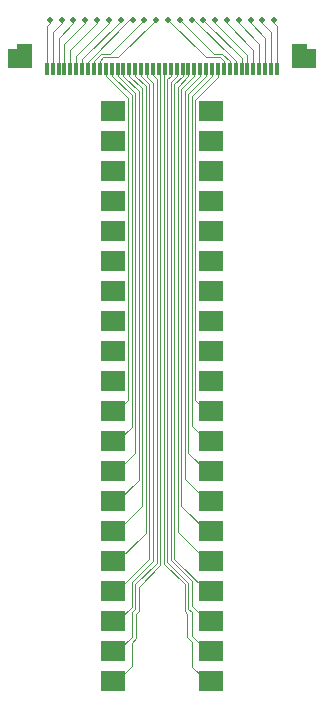
<source format=gtl>
G04 #@! TF.GenerationSoftware,KiCad,Pcbnew,9.0.6*
G04 #@! TF.CreationDate,2026-01-01T12:21:55-06:00*
G04 #@! TF.ProjectId,FFC-40,4646432d-3430-42e6-9b69-6361645f7063,rev?*
G04 #@! TF.SameCoordinates,Original*
G04 #@! TF.FileFunction,Copper,L1,Top*
G04 #@! TF.FilePolarity,Positive*
%FSLAX46Y46*%
G04 Gerber Fmt 4.6, Leading zero omitted, Abs format (unit mm)*
G04 Created by KiCad (PCBNEW 9.0.6) date 2026-01-01 12:21:55*
%MOMM*%
%LPD*%
G01*
G04 APERTURE LIST*
G04 Aperture macros list*
%AMRoundRect*
0 Rectangle with rounded corners*
0 $1 Rounding radius*
0 $2 $3 $4 $5 $6 $7 $8 $9 X,Y pos of 4 corners*
0 Add a 4 corners polygon primitive as box body*
4,1,4,$2,$3,$4,$5,$6,$7,$8,$9,$2,$3,0*
0 Add four circle primitives for the rounded corners*
1,1,$1+$1,$2,$3*
1,1,$1+$1,$4,$5*
1,1,$1+$1,$6,$7*
1,1,$1+$1,$8,$9*
0 Add four rect primitives between the rounded corners*
20,1,$1+$1,$2,$3,$4,$5,0*
20,1,$1+$1,$4,$5,$6,$7,0*
20,1,$1+$1,$6,$7,$8,$9,0*
20,1,$1+$1,$8,$9,$2,$3,0*%
%AMFreePoly0*
4,1,7,1.050000,-0.975000,-0.250000,-0.975000,-0.250000,-0.625000,-1.050000,-0.625000,-1.050000,0.975000,1.050000,0.975000,1.050000,-0.975000,1.050000,-0.975000,$1*%
%AMFreePoly1*
4,1,7,1.050000,-0.625000,0.250000,-0.625000,0.250000,-0.975000,-1.050000,-0.975000,-1.050000,0.975000,1.050000,0.975000,1.050000,-0.625000,1.050000,-0.625000,$1*%
G04 Aperture macros list end*
G04 #@! TA.AperFunction,SMDPad,CuDef*
%ADD10R,0.650000X1.800000*%
G04 #@! TD*
G04 #@! TA.AperFunction,ComponentPad*
%ADD11R,1.350000X1.800000*%
G04 #@! TD*
G04 #@! TA.AperFunction,SMDPad,CuDef*
%ADD12RoundRect,0.075000X0.075000X0.475000X-0.075000X0.475000X-0.075000X-0.475000X0.075000X-0.475000X0*%
G04 #@! TD*
G04 #@! TA.AperFunction,SMDPad,CuDef*
%ADD13FreePoly0,180.000000*%
G04 #@! TD*
G04 #@! TA.AperFunction,SMDPad,CuDef*
%ADD14FreePoly1,180.000000*%
G04 #@! TD*
G04 #@! TA.AperFunction,ViaPad*
%ADD15C,0.500000*%
G04 #@! TD*
G04 #@! TA.AperFunction,Conductor*
%ADD16C,0.100000*%
G04 #@! TD*
G04 APERTURE END LIST*
D10*
X117872000Y-145542000D03*
X117872000Y-143002000D03*
X117872000Y-140462000D03*
X117872000Y-137922001D03*
X117872000Y-135381999D03*
X117872000Y-132842000D03*
X117872000Y-130302000D03*
X117872000Y-127762000D03*
X117872000Y-125221999D03*
X117872000Y-122682000D03*
X117872000Y-120142000D03*
X117872000Y-117602000D03*
X117872000Y-115062001D03*
X117872000Y-112522000D03*
X117872000Y-109982000D03*
X117872000Y-107442000D03*
X117872000Y-104902000D03*
X117872000Y-102361999D03*
X117872000Y-99822000D03*
X117872000Y-97282000D03*
D11*
X118872000Y-97282000D03*
X118872000Y-99822000D03*
X118872000Y-102361999D03*
X118872000Y-104902000D03*
X118872000Y-107442000D03*
X118872000Y-109982000D03*
X118872000Y-112522000D03*
X118872000Y-115062001D03*
X118872000Y-117602000D03*
X118872000Y-120142000D03*
X118872000Y-122682000D03*
X118872000Y-125221999D03*
X118872000Y-127762000D03*
X118872000Y-130302000D03*
X118872000Y-132842000D03*
X118872000Y-135381999D03*
X118872000Y-137922001D03*
X118872000Y-140462000D03*
X118872000Y-143002000D03*
X118872000Y-145542000D03*
X126492343Y-97272840D03*
D10*
X127492343Y-97272840D03*
D11*
X126492343Y-99812840D03*
D10*
X127492343Y-99812840D03*
D11*
X126492343Y-102352840D03*
D10*
X127492343Y-102352840D03*
D11*
X126492343Y-104892839D03*
D10*
X127492343Y-104892839D03*
D11*
X126492343Y-107432841D03*
D10*
X127492343Y-107432841D03*
D11*
X126492343Y-109972840D03*
D10*
X127492343Y-109972840D03*
D11*
X126492343Y-112512840D03*
D10*
X127492343Y-112512840D03*
D11*
X126492343Y-115052840D03*
D10*
X127492343Y-115052840D03*
D11*
X126492343Y-117592841D03*
D10*
X127492343Y-117592841D03*
D11*
X126492343Y-120132840D03*
D10*
X127492343Y-120132840D03*
D11*
X126492343Y-122672840D03*
D10*
X127492343Y-122672840D03*
D11*
X126492343Y-125212840D03*
D10*
X127492343Y-125212840D03*
D11*
X126492343Y-127752839D03*
D10*
X127492343Y-127752839D03*
D11*
X126492343Y-130292840D03*
D10*
X127492343Y-130292840D03*
D11*
X126492343Y-132832840D03*
D10*
X127492343Y-132832840D03*
D11*
X126492343Y-135372840D03*
D10*
X127492343Y-135372840D03*
D11*
X126492343Y-137912840D03*
D10*
X127492343Y-137912840D03*
D11*
X126492343Y-140452841D03*
D10*
X127492343Y-140452841D03*
D11*
X126492343Y-142992840D03*
D10*
X127492343Y-142992840D03*
X127492343Y-145532840D03*
D11*
X126492343Y-145532840D03*
D12*
X132432000Y-93700000D03*
X131932000Y-93700000D03*
X131432000Y-93700000D03*
X130932000Y-93700000D03*
X130432000Y-93700000D03*
X129932000Y-93700000D03*
X129432000Y-93700000D03*
X128932000Y-93700000D03*
X128432000Y-93700000D03*
X127932000Y-93700000D03*
X127432000Y-93700000D03*
X126932000Y-93700000D03*
X126432000Y-93700000D03*
X125932000Y-93700000D03*
X125432000Y-93700000D03*
X124932000Y-93700000D03*
X124432000Y-93700000D03*
X123932000Y-93700000D03*
X123432000Y-93700000D03*
X122932000Y-93700000D03*
X122432000Y-93700000D03*
X121932000Y-93700000D03*
X121432000Y-93700000D03*
X120932000Y-93700000D03*
X120432000Y-93700000D03*
X119932000Y-93700000D03*
X119432000Y-93700000D03*
X118932000Y-93700000D03*
X118432000Y-93700000D03*
X117932000Y-93700000D03*
X117432000Y-93700000D03*
X116932000Y-93700000D03*
X116432000Y-93700000D03*
X115932000Y-93700000D03*
X115432000Y-93700000D03*
X114932000Y-93700000D03*
X114432000Y-93700000D03*
X113932000Y-93700000D03*
X113432000Y-93700000D03*
X112932000Y-93700000D03*
D13*
X134682000Y-92575000D03*
D14*
X110682000Y-92575000D03*
D15*
X113200000Y-89500000D03*
X114200000Y-89500000D03*
X115200000Y-89500000D03*
X116200000Y-89500000D03*
X117200000Y-89500000D03*
X118200000Y-89500000D03*
X119200000Y-89500000D03*
X120200000Y-89500000D03*
X121200000Y-89500000D03*
X122200000Y-89500000D03*
X126200000Y-89508000D03*
X125200000Y-89508000D03*
X131200000Y-89508000D03*
X130200000Y-89508000D03*
X128200000Y-89508000D03*
X129200000Y-89508000D03*
X123200000Y-89508000D03*
X127200000Y-89508000D03*
X132200000Y-89508000D03*
X124200000Y-89508000D03*
D16*
X122830264Y-93801736D02*
X122932000Y-93700000D01*
X122830264Y-135554528D02*
X122830264Y-93801736D01*
X124600000Y-137324264D02*
X122830264Y-135554528D01*
X124600000Y-139600000D02*
X124600000Y-137324264D01*
X124800000Y-139800000D02*
X124600000Y-139600000D01*
X124800000Y-141800000D02*
X124800000Y-139800000D01*
X125225001Y-142225001D02*
X124800000Y-141800000D01*
X125225001Y-144274999D02*
X125225001Y-142225001D01*
X126492000Y-145541999D02*
X125225001Y-144274999D01*
X123432000Y-94247183D02*
X123432000Y-93700000D01*
X123130572Y-94548611D02*
X123432000Y-94247183D01*
X123130572Y-135430572D02*
X123130572Y-94548611D01*
X124900000Y-139369428D02*
X124900000Y-137200000D01*
X124900000Y-137200000D02*
X123130572Y-135430572D01*
X125200000Y-139669428D02*
X124900000Y-139369428D01*
X125200000Y-141709998D02*
X125200000Y-139669428D01*
X126492000Y-143001999D02*
X125200000Y-141709998D01*
X123932000Y-94276000D02*
X123932000Y-93700000D01*
X123430572Y-94777428D02*
X123932000Y-94276000D01*
X125219751Y-137064513D02*
X123430572Y-135275334D01*
X123430572Y-135275334D02*
X123430572Y-94777428D01*
X126492343Y-140452841D02*
X125219751Y-139180249D01*
X125219751Y-139180249D02*
X125219751Y-137064513D01*
X122530620Y-93798620D02*
X122432000Y-93700000D01*
X120500000Y-141900000D02*
X120500000Y-139800000D01*
X120500000Y-139800000D02*
X120719298Y-139580702D01*
X120157000Y-142243000D02*
X120500000Y-141900000D01*
X120157000Y-144257000D02*
X120157000Y-142243000D01*
X118872000Y-145542000D02*
X120157000Y-144257000D01*
X120719298Y-139580702D02*
X120719298Y-137511322D01*
X120719298Y-137511322D02*
X122530620Y-135700000D01*
X122530620Y-135700000D02*
X122530620Y-93798620D01*
X121932000Y-94216392D02*
X121932000Y-93700000D01*
X122229495Y-135500000D02*
X122229495Y-94513887D01*
X120417000Y-137312495D02*
X122229495Y-135500000D01*
X120417000Y-139412496D02*
X120417000Y-137312495D01*
X120137000Y-139692495D02*
X120417000Y-139412496D01*
X120137000Y-141737000D02*
X120137000Y-139692495D01*
X122229495Y-94513887D02*
X121932000Y-94216392D01*
X118872000Y-143002000D02*
X120137000Y-141737000D01*
X120117000Y-137109040D02*
X121926040Y-135300000D01*
X120117000Y-139217000D02*
X120117000Y-137109040D01*
X119816585Y-96124585D02*
X119816585Y-121737415D01*
X120116448Y-95924448D02*
X120116448Y-123977551D01*
X120416611Y-95724611D02*
X120416611Y-126217389D01*
X120717699Y-95525699D02*
X120717699Y-128456301D01*
X121020782Y-95328782D02*
X121020782Y-130693218D01*
X121323864Y-95131864D02*
X121323864Y-132930135D01*
X121624952Y-94957216D02*
X121624952Y-135169049D01*
X121926040Y-94834040D02*
X121926040Y-135300000D01*
X123739751Y-94968249D02*
X123730572Y-94977428D01*
X124030572Y-95177428D02*
X124030572Y-132911069D01*
X124330572Y-130671069D02*
X124330572Y-95377428D01*
X124630572Y-95577428D02*
X124630572Y-128431069D01*
X124930572Y-126191068D02*
X124930572Y-95777428D01*
X125230572Y-95977428D02*
X125230572Y-123951069D01*
X125530572Y-96277428D02*
X125530572Y-121711069D01*
X129432000Y-92740000D02*
X129432000Y-93700000D01*
X126200000Y-89508000D02*
X129432000Y-92740000D01*
X129932000Y-92540000D02*
X127200000Y-89808000D01*
X129932000Y-93700000D02*
X129932000Y-92540000D01*
X127200000Y-89808000D02*
X127200000Y-89508000D01*
X128200000Y-89808000D02*
X128200000Y-89508000D01*
X130432000Y-92040000D02*
X128200000Y-89808000D01*
X130432000Y-93700000D02*
X130432000Y-92040000D01*
X129200000Y-89808000D02*
X129200000Y-89508000D01*
X130932000Y-91540000D02*
X129200000Y-89808000D01*
X130932000Y-93700000D02*
X130932000Y-91540000D01*
X131432000Y-93700000D02*
X131432000Y-91040000D01*
X131432000Y-91040000D02*
X130200000Y-89808000D01*
X130200000Y-89808000D02*
X130200000Y-89508000D01*
X131200000Y-89808000D02*
X131200000Y-89508000D01*
X131932000Y-90540000D02*
X131200000Y-89808000D01*
X131932000Y-93700000D02*
X131932000Y-90540000D01*
X132200000Y-89808000D02*
X132200000Y-89508000D01*
X132432000Y-93700000D02*
X132432000Y-90040000D01*
X132432000Y-90040000D02*
X132200000Y-89808000D01*
X118200000Y-89808000D02*
X115432000Y-92576000D01*
X115432000Y-92576000D02*
X115432000Y-93700000D01*
X118200000Y-89500000D02*
X118200000Y-89808000D01*
X117200000Y-89808000D02*
X114932000Y-92076000D01*
X117200000Y-89500000D02*
X117200000Y-89808000D01*
X114932000Y-92076000D02*
X114932000Y-93700000D01*
X114432000Y-91576000D02*
X114432000Y-93700000D01*
X116200000Y-89808000D02*
X114432000Y-91576000D01*
X116200000Y-89500000D02*
X116200000Y-89808000D01*
X113932000Y-91076000D02*
X113932000Y-93700000D01*
X115200000Y-89808000D02*
X113932000Y-91076000D01*
X115200000Y-89500000D02*
X115200000Y-89808000D01*
X113200000Y-89500000D02*
X113200000Y-89808000D01*
X113200000Y-89808000D02*
X112932000Y-90076000D01*
X112932000Y-90076000D02*
X112932000Y-93700000D01*
X113432000Y-90576000D02*
X113432000Y-93700000D01*
X114200000Y-89808000D02*
X113432000Y-90576000D01*
X114200000Y-89500000D02*
X114200000Y-89808000D01*
X119200000Y-89608000D02*
X119200000Y-89500000D01*
X115932000Y-92876000D02*
X119200000Y-89608000D01*
X115932000Y-93700000D02*
X115932000Y-92876000D01*
X117570256Y-92408000D02*
X118292000Y-92408000D01*
X118292000Y-92408000D02*
X121200000Y-89500000D01*
X116932000Y-93046256D02*
X117570256Y-92408000D01*
X116932000Y-93700000D02*
X116932000Y-93046256D01*
X116432000Y-93076000D02*
X120100000Y-89408000D01*
X116432000Y-93700000D02*
X116432000Y-93076000D01*
X118992000Y-92708000D02*
X122200000Y-89500000D01*
X117432000Y-92976000D02*
X117700000Y-92708000D01*
X117700000Y-92708000D02*
X118992000Y-92708000D01*
X117432000Y-93700000D02*
X117432000Y-92976000D01*
X126400000Y-92708000D02*
X123200000Y-89508000D01*
X127600000Y-92708000D02*
X126400000Y-92708000D01*
X127932000Y-93040000D02*
X127600000Y-92708000D01*
X127932000Y-93700000D02*
X127932000Y-93040000D01*
X128432000Y-93040000D02*
X128432000Y-93700000D01*
X127800000Y-92408000D02*
X128432000Y-93040000D01*
X127100000Y-92408000D02*
X127800000Y-92408000D01*
X124200000Y-89508000D02*
X127100000Y-92408000D01*
X125400000Y-89508000D02*
X128932000Y-93040000D01*
X125200000Y-89508000D02*
X125400000Y-89508000D01*
X128932000Y-93040000D02*
X128932000Y-93700000D01*
X127432000Y-94376000D02*
X125530572Y-96277428D01*
X125530572Y-121711069D02*
X126492343Y-122672840D01*
X127432000Y-93700000D02*
X127432000Y-94376000D01*
X126932000Y-94276000D02*
X125230572Y-95977428D01*
X125230572Y-123951069D02*
X126492343Y-125212840D01*
X126932000Y-93700000D02*
X126932000Y-94276000D01*
X124930572Y-126191068D02*
X126492343Y-127752839D01*
X126432000Y-94276000D02*
X124930572Y-95777428D01*
X126432000Y-93700000D02*
X126432000Y-94276000D01*
X125932000Y-94276000D02*
X124630572Y-95577428D01*
X124630572Y-128431069D02*
X126492343Y-130292840D01*
X125932000Y-93700000D02*
X125932000Y-94276000D01*
X124330572Y-130671069D02*
X126492343Y-132832840D01*
X125432000Y-94276000D02*
X124330572Y-95377428D01*
X125432000Y-93700000D02*
X125432000Y-94276000D01*
X124030572Y-132911069D02*
X126492343Y-135372840D01*
X124932000Y-94276000D02*
X124030572Y-95177428D01*
X124932000Y-93700000D02*
X124932000Y-94276000D01*
X124432000Y-94276000D02*
X123739751Y-94968249D01*
X124432000Y-93700000D02*
X124432000Y-94276000D01*
X117932000Y-94240000D02*
X119816585Y-96124585D01*
X117932000Y-93700000D02*
X117932000Y-94240000D01*
X119816585Y-121737415D02*
X118872000Y-122682000D01*
X120116448Y-123977551D02*
X118872000Y-125221999D01*
X118432000Y-94240000D02*
X120116448Y-95924448D01*
X118432000Y-93700000D02*
X118432000Y-94240000D01*
X120416611Y-126217389D02*
X118872000Y-127762000D01*
X118932000Y-94240000D02*
X120416611Y-95724611D01*
X118932000Y-93700000D02*
X118932000Y-94240000D01*
X120717699Y-128456301D02*
X118872000Y-130302000D01*
X119432000Y-94240000D02*
X120717699Y-95525699D01*
X119432000Y-93700000D02*
X119432000Y-94240000D01*
X121020782Y-130693218D02*
X118872000Y-132842000D01*
X119932000Y-94240000D02*
X121020782Y-95328782D01*
X119932000Y-93700000D02*
X119932000Y-94240000D01*
X121323864Y-132930135D02*
X118872000Y-135381999D01*
X120432000Y-94240000D02*
X121323864Y-95131864D01*
X120432000Y-93700000D02*
X120432000Y-94240000D01*
X121624952Y-135169049D02*
X118872000Y-137922001D01*
X120932000Y-94264264D02*
X121624952Y-94957216D01*
X120932000Y-93700000D02*
X120932000Y-94264264D01*
X121432000Y-94340000D02*
X121926040Y-94834040D01*
X120117000Y-139217000D02*
X118872000Y-140462000D01*
X121432000Y-93700000D02*
X121432000Y-94340000D01*
X126492343Y-137912840D02*
X123739751Y-135160249D01*
X123739751Y-135160249D02*
X123739751Y-94968249D01*
M02*

</source>
